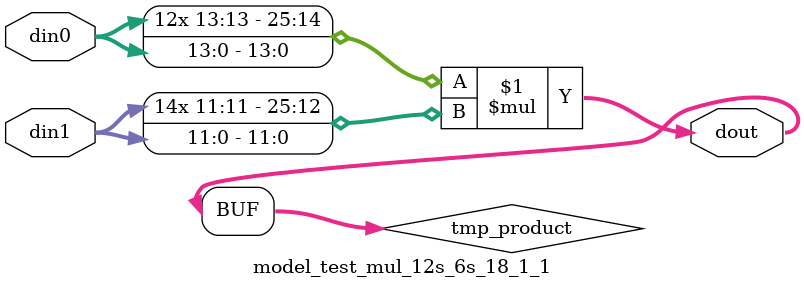
<source format=v>

`timescale 1 ns / 1 ps

  module model_test_mul_12s_6s_18_1_1(din0, din1, dout);
parameter ID = 1;
parameter NUM_STAGE = 0;
parameter din0_WIDTH = 14;
parameter din1_WIDTH = 12;
parameter dout_WIDTH = 26;

input [din0_WIDTH - 1 : 0] din0; 
input [din1_WIDTH - 1 : 0] din1; 
output [dout_WIDTH - 1 : 0] dout;

wire signed [dout_WIDTH - 1 : 0] tmp_product;













assign tmp_product = $signed(din0) * $signed(din1);








assign dout = tmp_product;







endmodule

</source>
